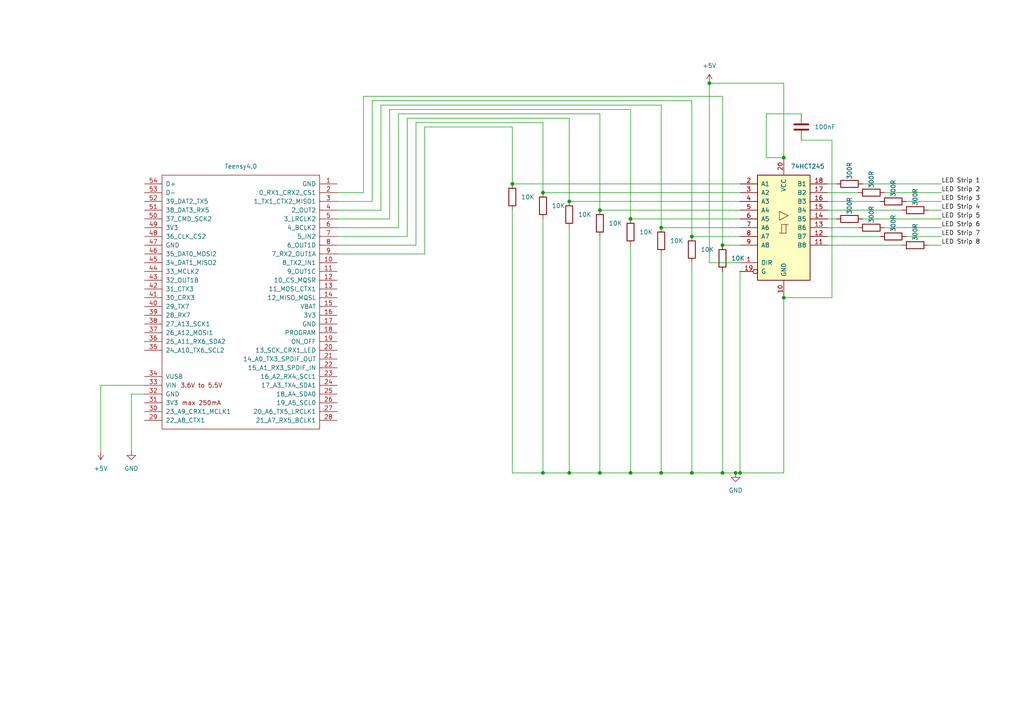
<source format=kicad_sch>
(kicad_sch (version 20211123) (generator eeschema)

  (uuid aa6e93a9-67ef-46ca-b146-b13402e78491)

  (paper "A4")

  (title_block
    (title "LED Matrix control")
    (date "2022-11-03")
    (rev "V1.0")
    (company "Armin Rehberger")
  )

  (lib_symbols
    (symbol "74hct541:74HCT245" (pin_names (offset 1.016)) (in_bom yes) (on_board yes)
      (property "Reference" "U?" (id 0) (at 2.0194 20.32 0)
        (effects (font (size 1.27 1.27)) (justify left) hide)
      )
      (property "Value" "74HCT245" (id 1) (at 2.0194 17.78 0)
        (effects (font (size 1.27 1.27)) (justify left))
      )
      (property "Footprint" "" (id 2) (at 0 0 0)
        (effects (font (size 1.27 1.27)) hide)
      )
      (property "Datasheet" "http://www.ti.com/lit/gpn/sn74HCT541" (id 3) (at 0 0 0)
        (effects (font (size 1.27 1.27)) (justify left bottom) hide)
      )
      (property "ki_keywords" "TTL BUFFER 3State BUS" (id 4) (at 0 0 0)
        (effects (font (size 1.27 1.27)) hide)
      )
      (property "ki_description" "8-bit Buffer/Line Driver 3-state outputs" (id 5) (at 0 0 0)
        (effects (font (size 1.27 1.27)) hide)
      )
      (property "ki_fp_filters" "DIP?20*" (id 6) (at 0 0 0)
        (effects (font (size 1.27 1.27)) hide)
      )
      (symbol "74HCT245_1_0"
        (polyline
          (pts
            (xy -0.635 -1.6002)
            (xy -0.635 0.9398)
            (xy 0.635 0.9398)
          )
          (stroke (width 0) (type default) (color 0 0 0 0))
          (fill (type none))
        )
        (polyline
          (pts
            (xy -1.27 -1.6002)
            (xy 0.635 -1.6002)
            (xy 0.635 0.9398)
            (xy 1.27 0.9398)
          )
          (stroke (width 0) (type default) (color 0 0 0 0))
          (fill (type none))
        )
        (polyline
          (pts
            (xy 1.27 3.4798)
            (xy -1.27 4.7498)
            (xy -1.27 2.2098)
            (xy 1.27 3.4798)
          )
          (stroke (width 0.1524) (type default) (color 0 0 0 0))
          (fill (type none))
        )
        (pin input line (at -12.7 -10.16 0) (length 5.08)
          (name "DIR" (effects (font (size 1.27 1.27))))
          (number "1" (effects (font (size 1.27 1.27))))
        )
        (pin power_in line (at 0 -20.32 90) (length 5.08)
          (name "GND" (effects (font (size 1.27 1.27))))
          (number "10" (effects (font (size 1.27 1.27))))
        )
        (pin output line (at 12.7 -5.08 180) (length 5.08)
          (name "B8" (effects (font (size 1.27 1.27))))
          (number "11" (effects (font (size 1.27 1.27))))
        )
        (pin output line (at 12.7 -2.54 180) (length 5.08)
          (name "B7" (effects (font (size 1.27 1.27))))
          (number "12" (effects (font (size 1.27 1.27))))
        )
        (pin output line (at 12.7 0 180) (length 5.08)
          (name "B6" (effects (font (size 1.27 1.27))))
          (number "13" (effects (font (size 1.27 1.27))))
        )
        (pin output line (at 12.7 2.54 180) (length 5.08)
          (name "B5" (effects (font (size 1.27 1.27))))
          (number "14" (effects (font (size 1.27 1.27))))
        )
        (pin output line (at 12.7 5.08 180) (length 5.08)
          (name "B4" (effects (font (size 1.27 1.27))))
          (number "15" (effects (font (size 1.27 1.27))))
        )
        (pin output line (at 12.7 7.62 180) (length 5.08)
          (name "B3" (effects (font (size 1.27 1.27))))
          (number "16" (effects (font (size 1.27 1.27))))
        )
        (pin output line (at 12.7 10.16 180) (length 5.08)
          (name "B2" (effects (font (size 1.27 1.27))))
          (number "17" (effects (font (size 1.27 1.27))))
        )
        (pin output line (at 12.7 12.7 180) (length 5.08)
          (name "B1" (effects (font (size 1.27 1.27))))
          (number "18" (effects (font (size 1.27 1.27))))
        )
        (pin input inverted (at -12.7 -12.7 0) (length 5.08)
          (name "G" (effects (font (size 1.27 1.27))))
          (number "19" (effects (font (size 1.27 1.27))))
        )
        (pin input line (at -12.7 12.7 0) (length 5.08)
          (name "A1" (effects (font (size 1.27 1.27))))
          (number "2" (effects (font (size 1.27 1.27))))
        )
        (pin power_in line (at 0 20.32 270) (length 5.08)
          (name "VCC" (effects (font (size 1.27 1.27))))
          (number "20" (effects (font (size 1.27 1.27))))
        )
        (pin input line (at -12.7 10.16 0) (length 5.08)
          (name "A2" (effects (font (size 1.27 1.27))))
          (number "3" (effects (font (size 1.27 1.27))))
        )
        (pin input line (at -12.7 7.62 0) (length 5.08)
          (name "A3" (effects (font (size 1.27 1.27))))
          (number "4" (effects (font (size 1.27 1.27))))
        )
        (pin input line (at -12.7 5.08 0) (length 5.08)
          (name "A4" (effects (font (size 1.27 1.27))))
          (number "5" (effects (font (size 1.27 1.27))))
        )
        (pin input line (at -12.7 2.54 0) (length 5.08)
          (name "A5" (effects (font (size 1.27 1.27))))
          (number "6" (effects (font (size 1.27 1.27))))
        )
        (pin input line (at -12.7 0 0) (length 5.08)
          (name "A6" (effects (font (size 1.27 1.27))))
          (number "7" (effects (font (size 1.27 1.27))))
        )
        (pin input line (at -12.7 -2.54 0) (length 5.08)
          (name "A7" (effects (font (size 1.27 1.27))))
          (number "8" (effects (font (size 1.27 1.27))))
        )
        (pin input line (at -12.7 -5.08 0) (length 5.08)
          (name "A8" (effects (font (size 1.27 1.27))))
          (number "9" (effects (font (size 1.27 1.27))))
        )
      )
      (symbol "74HCT245_1_1"
        (rectangle (start -7.62 15.24) (end 7.62 -15.24)
          (stroke (width 0.254) (type default) (color 0 0 0 0))
          (fill (type background))
        )
      )
    )
    (symbol "Device:C" (pin_numbers hide) (pin_names (offset 0.254)) (in_bom yes) (on_board yes)
      (property "Reference" "C" (id 0) (at 0.635 2.54 0)
        (effects (font (size 1.27 1.27)) (justify left))
      )
      (property "Value" "C" (id 1) (at 0.635 -2.54 0)
        (effects (font (size 1.27 1.27)) (justify left))
      )
      (property "Footprint" "" (id 2) (at 0.9652 -3.81 0)
        (effects (font (size 1.27 1.27)) hide)
      )
      (property "Datasheet" "~" (id 3) (at 0 0 0)
        (effects (font (size 1.27 1.27)) hide)
      )
      (property "ki_keywords" "cap capacitor" (id 4) (at 0 0 0)
        (effects (font (size 1.27 1.27)) hide)
      )
      (property "ki_description" "Unpolarized capacitor" (id 5) (at 0 0 0)
        (effects (font (size 1.27 1.27)) hide)
      )
      (property "ki_fp_filters" "C_*" (id 6) (at 0 0 0)
        (effects (font (size 1.27 1.27)) hide)
      )
      (symbol "C_0_1"
        (polyline
          (pts
            (xy -2.032 -0.762)
            (xy 2.032 -0.762)
          )
          (stroke (width 0.508) (type default) (color 0 0 0 0))
          (fill (type none))
        )
        (polyline
          (pts
            (xy -2.032 0.762)
            (xy 2.032 0.762)
          )
          (stroke (width 0.508) (type default) (color 0 0 0 0))
          (fill (type none))
        )
      )
      (symbol "C_1_1"
        (pin passive line (at 0 3.81 270) (length 2.794)
          (name "~" (effects (font (size 1.27 1.27))))
          (number "1" (effects (font (size 1.27 1.27))))
        )
        (pin passive line (at 0 -3.81 90) (length 2.794)
          (name "~" (effects (font (size 1.27 1.27))))
          (number "2" (effects (font (size 1.27 1.27))))
        )
      )
    )
    (symbol "Device:R" (pin_numbers hide) (pin_names (offset 0)) (in_bom yes) (on_board yes)
      (property "Reference" "R" (id 0) (at 2.032 0 90)
        (effects (font (size 1.27 1.27)))
      )
      (property "Value" "R" (id 1) (at 0 0 90)
        (effects (font (size 1.27 1.27)))
      )
      (property "Footprint" "" (id 2) (at -1.778 0 90)
        (effects (font (size 1.27 1.27)) hide)
      )
      (property "Datasheet" "~" (id 3) (at 0 0 0)
        (effects (font (size 1.27 1.27)) hide)
      )
      (property "ki_keywords" "R res resistor" (id 4) (at 0 0 0)
        (effects (font (size 1.27 1.27)) hide)
      )
      (property "ki_description" "Resistor" (id 5) (at 0 0 0)
        (effects (font (size 1.27 1.27)) hide)
      )
      (property "ki_fp_filters" "R_*" (id 6) (at 0 0 0)
        (effects (font (size 1.27 1.27)) hide)
      )
      (symbol "R_0_1"
        (rectangle (start -1.016 -2.54) (end 1.016 2.54)
          (stroke (width 0.254) (type default) (color 0 0 0 0))
          (fill (type none))
        )
      )
      (symbol "R_1_1"
        (pin passive line (at 0 3.81 270) (length 1.27)
          (name "~" (effects (font (size 1.27 1.27))))
          (number "1" (effects (font (size 1.27 1.27))))
        )
        (pin passive line (at 0 -3.81 90) (length 1.27)
          (name "~" (effects (font (size 1.27 1.27))))
          (number "2" (effects (font (size 1.27 1.27))))
        )
      )
    )
    (symbol "power:+5V" (power) (pin_names (offset 0)) (in_bom yes) (on_board yes)
      (property "Reference" "#PWR" (id 0) (at 0 -3.81 0)
        (effects (font (size 1.27 1.27)) hide)
      )
      (property "Value" "+5V" (id 1) (at 0 3.556 0)
        (effects (font (size 1.27 1.27)))
      )
      (property "Footprint" "" (id 2) (at 0 0 0)
        (effects (font (size 1.27 1.27)) hide)
      )
      (property "Datasheet" "" (id 3) (at 0 0 0)
        (effects (font (size 1.27 1.27)) hide)
      )
      (property "ki_keywords" "power-flag" (id 4) (at 0 0 0)
        (effects (font (size 1.27 1.27)) hide)
      )
      (property "ki_description" "Power symbol creates a global label with name \"+5V\"" (id 5) (at 0 0 0)
        (effects (font (size 1.27 1.27)) hide)
      )
      (symbol "+5V_0_1"
        (polyline
          (pts
            (xy -0.762 1.27)
            (xy 0 2.54)
          )
          (stroke (width 0) (type default) (color 0 0 0 0))
          (fill (type none))
        )
        (polyline
          (pts
            (xy 0 0)
            (xy 0 2.54)
          )
          (stroke (width 0) (type default) (color 0 0 0 0))
          (fill (type none))
        )
        (polyline
          (pts
            (xy 0 2.54)
            (xy 0.762 1.27)
          )
          (stroke (width 0) (type default) (color 0 0 0 0))
          (fill (type none))
        )
      )
      (symbol "+5V_1_1"
        (pin power_in line (at 0 0 90) (length 0) hide
          (name "+5V" (effects (font (size 1.27 1.27))))
          (number "1" (effects (font (size 1.27 1.27))))
        )
      )
    )
    (symbol "power:GND" (power) (pin_names (offset 0)) (in_bom yes) (on_board yes)
      (property "Reference" "#PWR" (id 0) (at 0 -6.35 0)
        (effects (font (size 1.27 1.27)) hide)
      )
      (property "Value" "GND" (id 1) (at 0 -3.81 0)
        (effects (font (size 1.27 1.27)))
      )
      (property "Footprint" "" (id 2) (at 0 0 0)
        (effects (font (size 1.27 1.27)) hide)
      )
      (property "Datasheet" "" (id 3) (at 0 0 0)
        (effects (font (size 1.27 1.27)) hide)
      )
      (property "ki_keywords" "power-flag" (id 4) (at 0 0 0)
        (effects (font (size 1.27 1.27)) hide)
      )
      (property "ki_description" "Power symbol creates a global label with name \"GND\" , ground" (id 5) (at 0 0 0)
        (effects (font (size 1.27 1.27)) hide)
      )
      (symbol "GND_0_1"
        (polyline
          (pts
            (xy 0 0)
            (xy 0 -1.27)
            (xy 1.27 -1.27)
            (xy 0 -2.54)
            (xy -1.27 -1.27)
            (xy 0 -1.27)
          )
          (stroke (width 0) (type default) (color 0 0 0 0))
          (fill (type none))
        )
      )
      (symbol "GND_1_1"
        (pin power_in line (at 0 0 270) (length 0) hide
          (name "GND" (effects (font (size 1.27 1.27))))
          (number "1" (effects (font (size 1.27 1.27))))
        )
      )
    )
    (symbol "teensy:Teensy4.0" (pin_names (offset 1.016)) (in_bom yes) (on_board yes)
      (property "Reference" "U" (id 0) (at 0 39.37 0)
        (effects (font (size 1.27 1.27)))
      )
      (property "Value" "Teensy4.0" (id 1) (at 0 -39.37 0)
        (effects (font (size 1.27 1.27)))
      )
      (property "Footprint" "" (id 2) (at -10.16 5.08 0)
        (effects (font (size 1.27 1.27)) hide)
      )
      (property "Datasheet" "" (id 3) (at -10.16 5.08 0)
        (effects (font (size 1.27 1.27)) hide)
      )
      (symbol "Teensy4.0_0_0"
        (text "3.6V to 5.5V" (at 11.43 -24.13 0)
          (effects (font (size 1.27 1.27)))
        )
        (text "max 250mA" (at 11.43 -29.21 0)
          (effects (font (size 1.27 1.27)))
        )
        (pin bidirectional line (at -27.94 11.43 0) (length 5.08)
          (name "8_TX2_IN1" (effects (font (size 1.27 1.27))))
          (number "10" (effects (font (size 1.27 1.27))))
        )
        (pin bidirectional line (at -27.94 8.89 0) (length 5.08)
          (name "9_OUT1C" (effects (font (size 1.27 1.27))))
          (number "11" (effects (font (size 1.27 1.27))))
        )
        (pin bidirectional line (at -27.94 6.35 0) (length 5.08)
          (name "10_CS_MQSR" (effects (font (size 1.27 1.27))))
          (number "12" (effects (font (size 1.27 1.27))))
        )
        (pin bidirectional line (at -27.94 3.81 0) (length 5.08)
          (name "11_MOSI_CTX1" (effects (font (size 1.27 1.27))))
          (number "13" (effects (font (size 1.27 1.27))))
        )
        (pin bidirectional line (at -27.94 1.27 0) (length 5.08)
          (name "12_MISO_MQSL" (effects (font (size 1.27 1.27))))
          (number "14" (effects (font (size 1.27 1.27))))
        )
        (pin power_in line (at -27.94 -1.27 0) (length 5.08)
          (name "VBAT" (effects (font (size 1.27 1.27))))
          (number "15" (effects (font (size 1.27 1.27))))
        )
        (pin power_in line (at -27.94 -3.81 0) (length 5.08)
          (name "3V3" (effects (font (size 1.27 1.27))))
          (number "16" (effects (font (size 1.27 1.27))))
        )
        (pin power_in line (at -27.94 -6.35 0) (length 5.08)
          (name "GND" (effects (font (size 1.27 1.27))))
          (number "17" (effects (font (size 1.27 1.27))))
        )
        (pin input line (at -27.94 -8.89 0) (length 5.08)
          (name "PROGRAM" (effects (font (size 1.27 1.27))))
          (number "18" (effects (font (size 1.27 1.27))))
        )
        (pin input line (at -27.94 -11.43 0) (length 5.08)
          (name "ON_OFF" (effects (font (size 1.27 1.27))))
          (number "19" (effects (font (size 1.27 1.27))))
        )
        (pin bidirectional line (at -27.94 -13.97 0) (length 5.08)
          (name "13_SCK_CRX1_LED" (effects (font (size 1.27 1.27))))
          (number "20" (effects (font (size 1.27 1.27))))
        )
        (pin bidirectional line (at -27.94 -16.51 0) (length 5.08)
          (name "14_A0_TX3_SPDIF_OUT" (effects (font (size 1.27 1.27))))
          (number "21" (effects (font (size 1.27 1.27))))
        )
        (pin bidirectional line (at -27.94 -19.05 0) (length 5.08)
          (name "15_A1_RX3_SPDIF_IN" (effects (font (size 1.27 1.27))))
          (number "22" (effects (font (size 1.27 1.27))))
        )
        (pin bidirectional line (at -27.94 -21.59 0) (length 5.08)
          (name "16_A2_RX4_SCL1" (effects (font (size 1.27 1.27))))
          (number "23" (effects (font (size 1.27 1.27))))
        )
        (pin bidirectional line (at -27.94 -24.13 0) (length 5.08)
          (name "17_A3_TX4_SDA1" (effects (font (size 1.27 1.27))))
          (number "24" (effects (font (size 1.27 1.27))))
        )
        (pin bidirectional line (at -27.94 -26.67 0) (length 5.08)
          (name "18_A4_SDA0" (effects (font (size 1.27 1.27))))
          (number "25" (effects (font (size 1.27 1.27))))
        )
        (pin bidirectional line (at -27.94 -29.21 0) (length 5.08)
          (name "19_A5_SCL0" (effects (font (size 1.27 1.27))))
          (number "26" (effects (font (size 1.27 1.27))))
        )
        (pin bidirectional line (at -27.94 -31.75 0) (length 5.08)
          (name "20_A6_TX5_LRCLK1" (effects (font (size 1.27 1.27))))
          (number "27" (effects (font (size 1.27 1.27))))
        )
        (pin bidirectional line (at -27.94 -34.29 0) (length 5.08)
          (name "21_A7_RX5_BCLK1" (effects (font (size 1.27 1.27))))
          (number "28" (effects (font (size 1.27 1.27))))
        )
        (pin bidirectional line (at 27.94 -34.29 180) (length 5.08)
          (name "22_A8_CTX1" (effects (font (size 1.27 1.27))))
          (number "29" (effects (font (size 1.27 1.27))))
        )
        (pin bidirectional line (at 27.94 -31.75 180) (length 5.08)
          (name "23_A9_CRX1_MCLK1" (effects (font (size 1.27 1.27))))
          (number "30" (effects (font (size 1.27 1.27))))
        )
        (pin power_out line (at 27.94 -29.21 180) (length 5.08)
          (name "3V3" (effects (font (size 1.27 1.27))))
          (number "31" (effects (font (size 1.27 1.27))))
        )
        (pin power_in line (at 27.94 -26.67 180) (length 5.08)
          (name "GND" (effects (font (size 1.27 1.27))))
          (number "32" (effects (font (size 1.27 1.27))))
        )
        (pin power_in line (at 27.94 -24.13 180) (length 5.08)
          (name "VIN" (effects (font (size 1.27 1.27))))
          (number "33" (effects (font (size 1.27 1.27))))
        )
        (pin power_out line (at 27.94 -21.59 180) (length 5.08)
          (name "VUSB" (effects (font (size 1.27 1.27))))
          (number "34" (effects (font (size 1.27 1.27))))
        )
        (pin bidirectional line (at 27.94 -13.97 180) (length 5.08)
          (name "24_A10_TX6_SCL2" (effects (font (size 1.27 1.27))))
          (number "35" (effects (font (size 1.27 1.27))))
        )
        (pin bidirectional line (at 27.94 -11.43 180) (length 5.08)
          (name "25_A11_RX6_SDA2" (effects (font (size 1.27 1.27))))
          (number "36" (effects (font (size 1.27 1.27))))
        )
        (pin bidirectional line (at 27.94 -8.89 180) (length 5.08)
          (name "26_A12_MOSI1" (effects (font (size 1.27 1.27))))
          (number "37" (effects (font (size 1.27 1.27))))
        )
        (pin bidirectional line (at 27.94 -6.35 180) (length 5.08)
          (name "27_A13_SCK1" (effects (font (size 1.27 1.27))))
          (number "38" (effects (font (size 1.27 1.27))))
        )
        (pin bidirectional line (at 27.94 -3.81 180) (length 5.08)
          (name "28_RX7" (effects (font (size 1.27 1.27))))
          (number "39" (effects (font (size 1.27 1.27))))
        )
        (pin bidirectional line (at 27.94 -1.27 180) (length 5.08)
          (name "29_TX7" (effects (font (size 1.27 1.27))))
          (number "40" (effects (font (size 1.27 1.27))))
        )
        (pin bidirectional line (at 27.94 1.27 180) (length 5.08)
          (name "30_CRX3" (effects (font (size 1.27 1.27))))
          (number "41" (effects (font (size 1.27 1.27))))
        )
        (pin bidirectional line (at 27.94 3.81 180) (length 5.08)
          (name "31_CTX3" (effects (font (size 1.27 1.27))))
          (number "42" (effects (font (size 1.27 1.27))))
        )
        (pin bidirectional line (at 27.94 6.35 180) (length 5.08)
          (name "32_OUT1B" (effects (font (size 1.27 1.27))))
          (number "43" (effects (font (size 1.27 1.27))))
        )
        (pin bidirectional line (at 27.94 8.89 180) (length 5.08)
          (name "33_MCLK2" (effects (font (size 1.27 1.27))))
          (number "44" (effects (font (size 1.27 1.27))))
        )
        (pin bidirectional line (at 27.94 11.43 180) (length 5.08)
          (name "34_DAT1_MISO2" (effects (font (size 1.27 1.27))))
          (number "45" (effects (font (size 1.27 1.27))))
        )
        (pin bidirectional line (at 27.94 13.97 180) (length 5.08)
          (name "35_DAT0_MOSI2" (effects (font (size 1.27 1.27))))
          (number "46" (effects (font (size 1.27 1.27))))
        )
        (pin power_out line (at 27.94 16.51 180) (length 5.08)
          (name "GND" (effects (font (size 1.27 1.27))))
          (number "47" (effects (font (size 1.27 1.27))))
        )
        (pin bidirectional line (at 27.94 19.05 180) (length 5.08)
          (name "36_CLK_CS2" (effects (font (size 1.27 1.27))))
          (number "48" (effects (font (size 1.27 1.27))))
        )
        (pin power_out line (at 27.94 21.59 180) (length 5.08)
          (name "3V3" (effects (font (size 1.27 1.27))))
          (number "49" (effects (font (size 1.27 1.27))))
        )
        (pin bidirectional line (at -27.94 24.13 0) (length 5.08)
          (name "3_LRCLK2" (effects (font (size 1.27 1.27))))
          (number "5" (effects (font (size 1.27 1.27))))
        )
        (pin bidirectional line (at 27.94 24.13 180) (length 5.08)
          (name "37_CMD_SCK2" (effects (font (size 1.27 1.27))))
          (number "50" (effects (font (size 1.27 1.27))))
        )
        (pin bidirectional line (at 27.94 26.67 180) (length 5.08)
          (name "38_DAT3_RX5" (effects (font (size 1.27 1.27))))
          (number "51" (effects (font (size 1.27 1.27))))
        )
        (pin bidirectional line (at 27.94 29.21 180) (length 5.08)
          (name "39_DAT2_TX5" (effects (font (size 1.27 1.27))))
          (number "52" (effects (font (size 1.27 1.27))))
        )
        (pin bidirectional line (at 27.94 31.75 180) (length 5.08)
          (name "D-" (effects (font (size 1.27 1.27))))
          (number "53" (effects (font (size 1.27 1.27))))
        )
        (pin bidirectional line (at 27.94 34.29 180) (length 5.08)
          (name "D+" (effects (font (size 1.27 1.27))))
          (number "54" (effects (font (size 1.27 1.27))))
        )
        (pin bidirectional line (at -27.94 21.59 0) (length 5.08)
          (name "4_BCLK2" (effects (font (size 1.27 1.27))))
          (number "6" (effects (font (size 1.27 1.27))))
        )
        (pin bidirectional line (at -27.94 19.05 0) (length 5.08)
          (name "5_IN2" (effects (font (size 1.27 1.27))))
          (number "7" (effects (font (size 1.27 1.27))))
        )
        (pin bidirectional line (at -27.94 16.51 0) (length 5.08)
          (name "6_OUT1D" (effects (font (size 1.27 1.27))))
          (number "8" (effects (font (size 1.27 1.27))))
        )
        (pin bidirectional line (at -27.94 13.97 0) (length 5.08)
          (name "7_RX2_OUT1A" (effects (font (size 1.27 1.27))))
          (number "9" (effects (font (size 1.27 1.27))))
        )
      )
      (symbol "Teensy4.0_0_1"
        (rectangle (start -22.86 36.83) (end 22.86 -36.83)
          (stroke (width 0) (type default) (color 0 0 0 0))
          (fill (type none))
        )
        (rectangle (start -20.32 -31.75) (end -20.32 -31.75)
          (stroke (width 0) (type default) (color 0 0 0 0))
          (fill (type none))
        )
      )
      (symbol "Teensy4.0_1_1"
        (pin power_in line (at -27.94 34.29 0) (length 5.08)
          (name "GND" (effects (font (size 1.27 1.27))))
          (number "1" (effects (font (size 1.27 1.27))))
        )
        (pin bidirectional line (at -27.94 31.75 0) (length 5.08)
          (name "0_RX1_CRX2_CS1" (effects (font (size 1.27 1.27))))
          (number "2" (effects (font (size 1.27 1.27))))
        )
        (pin bidirectional line (at -27.94 29.21 0) (length 5.08)
          (name "1_TX1_CTX2_MISO1" (effects (font (size 1.27 1.27))))
          (number "3" (effects (font (size 1.27 1.27))))
        )
        (pin bidirectional line (at -27.94 26.67 0) (length 5.08)
          (name "2_OUT2" (effects (font (size 1.27 1.27))))
          (number "4" (effects (font (size 1.27 1.27))))
        )
      )
    )
  )

  (junction (at 191.77 137.16) (diameter 0) (color 0 0 0 0)
    (uuid 145f295d-ba1e-46cb-a76e-61ae0e1bee83)
  )
  (junction (at 157.48 55.88) (diameter 0) (color 0 0 0 0)
    (uuid 284e1ac2-a88a-4f94-9fc1-18c9a437eff1)
  )
  (junction (at 182.88 137.16) (diameter 0) (color 0 0 0 0)
    (uuid 295ab358-8a21-4d2e-964a-3b8b100d701a)
  )
  (junction (at 227.33 86.36) (diameter 0) (color 0 0 0 0)
    (uuid 2db6d8dd-41c5-4f52-aaa0-27b9dff0124f)
  )
  (junction (at 191.77 66.04) (diameter 0) (color 0 0 0 0)
    (uuid 319f0b18-89cd-4f7f-909e-375c69ecb4f8)
  )
  (junction (at 173.99 60.96) (diameter 0) (color 0 0 0 0)
    (uuid 3a0a977d-483f-47da-9b9e-e0fc3e5f12b8)
  )
  (junction (at 214.63 137.16) (diameter 0) (color 0 0 0 0)
    (uuid 42a65b55-a8d2-4452-bffd-f114b4b83e4a)
  )
  (junction (at 157.48 137.16) (diameter 0) (color 0 0 0 0)
    (uuid 5ecebe21-6778-4068-8b93-a054a1437efb)
  )
  (junction (at 182.88 63.5) (diameter 0) (color 0 0 0 0)
    (uuid 688d1281-5ac2-48ab-b41b-a9f59fe90313)
  )
  (junction (at 165.1 137.16) (diameter 0) (color 0 0 0 0)
    (uuid 83d12f41-fa6a-47a3-a201-a01dfba19cf7)
  )
  (junction (at 213.36 137.16) (diameter 0) (color 0 0 0 0)
    (uuid 846d0b1d-f4df-4ff2-aa44-095e9aa54170)
  )
  (junction (at 148.59 53.34) (diameter 0) (color 0 0 0 0)
    (uuid 849ee8e6-8ee1-4666-9bf8-4174873bf8cf)
  )
  (junction (at 209.55 137.16) (diameter 0) (color 0 0 0 0)
    (uuid 8b40ba7a-24fe-4d9f-8716-5cab42e687bc)
  )
  (junction (at 200.66 137.16) (diameter 0) (color 0 0 0 0)
    (uuid 96cfd166-a3fb-43f4-b19f-6893ba474e38)
  )
  (junction (at 205.74 24.13) (diameter 0) (color 0 0 0 0)
    (uuid 98217b87-3f22-404d-92dc-fee73bd31489)
  )
  (junction (at 200.66 68.58) (diameter 0) (color 0 0 0 0)
    (uuid 9a05ab42-e5fb-4925-93a7-1746f17eb2f5)
  )
  (junction (at 165.1 58.42) (diameter 0) (color 0 0 0 0)
    (uuid aeaa485b-68b6-44c4-90d1-1fedb6f0ddc7)
  )
  (junction (at 173.99 137.16) (diameter 0) (color 0 0 0 0)
    (uuid d2025cfd-fd78-4019-82f4-1fda7fc1e439)
  )
  (junction (at 209.55 71.12) (diameter 0) (color 0 0 0 0)
    (uuid d4c53a5e-54c4-4e6e-9772-f91728774d77)
  )
  (junction (at 227.33 45.72) (diameter 0) (color 0 0 0 0)
    (uuid fff6ba28-5a27-4944-93fb-a9dc8ec3cad9)
  )

  (wire (pts (xy 241.3 40.64) (xy 241.3 86.36))
    (stroke (width 0) (type default) (color 0 0 0 0))
    (uuid 008e41f0-6cec-4514-90be-352493f2afa7)
  )
  (wire (pts (xy 240.03 60.96) (xy 261.62 60.96))
    (stroke (width 0) (type default) (color 0 0 0 0))
    (uuid 04150f40-adf1-41a5-bf0b-deb45a7f64ae)
  )
  (wire (pts (xy 214.63 78.74) (xy 214.63 137.16))
    (stroke (width 0) (type default) (color 0 0 0 0))
    (uuid 070a07f8-a53b-4393-9a6f-d0e0f9d9a9e4)
  )
  (wire (pts (xy 157.48 55.88) (xy 214.63 55.88))
    (stroke (width 0) (type default) (color 0 0 0 0))
    (uuid 08667d6b-df6c-4b21-8ae6-e924d5aab808)
  )
  (wire (pts (xy 118.11 34.29) (xy 118.11 68.58))
    (stroke (width 0) (type default) (color 0 0 0 0))
    (uuid 0ac00879-be72-4aea-8a06-dac1dfa5f321)
  )
  (wire (pts (xy 182.88 71.12) (xy 182.88 137.16))
    (stroke (width 0) (type default) (color 0 0 0 0))
    (uuid 0c44136b-a7a5-48ad-b8fb-50b92ff84725)
  )
  (wire (pts (xy 105.41 27.94) (xy 209.55 27.94))
    (stroke (width 0) (type default) (color 0 0 0 0))
    (uuid 0cf19fc7-0b02-479b-a173-ce30211754fd)
  )
  (wire (pts (xy 250.19 53.34) (xy 273.05 53.34))
    (stroke (width 0) (type default) (color 0 0 0 0))
    (uuid 10ec4b58-6353-4a2b-9b01-58a77b25883e)
  )
  (wire (pts (xy 200.66 76.2) (xy 200.66 137.16))
    (stroke (width 0) (type default) (color 0 0 0 0))
    (uuid 110de096-7021-4436-b2ce-8f3cb7efe156)
  )
  (wire (pts (xy 227.33 45.72) (xy 227.33 24.13))
    (stroke (width 0) (type default) (color 0 0 0 0))
    (uuid 12e6644b-5509-46ba-9851-cf27f9d440f7)
  )
  (wire (pts (xy 97.79 68.58) (xy 118.11 68.58))
    (stroke (width 0) (type default) (color 0 0 0 0))
    (uuid 1596226e-8663-4ad6-9e52-622323189c85)
  )
  (wire (pts (xy 115.57 33.02) (xy 115.57 66.04))
    (stroke (width 0) (type default) (color 0 0 0 0))
    (uuid 15ba496d-dea8-4e38-bf8a-c9464f4ecdb0)
  )
  (wire (pts (xy 105.41 27.94) (xy 105.41 55.88))
    (stroke (width 0) (type default) (color 0 0 0 0))
    (uuid 17e5a228-3d6a-41a8-93ce-d7d7b4b8ee84)
  )
  (wire (pts (xy 213.36 137.16) (xy 214.63 137.16))
    (stroke (width 0) (type default) (color 0 0 0 0))
    (uuid 19a63f84-c7a2-4a10-954e-bc6fafea37cc)
  )
  (wire (pts (xy 205.74 76.2) (xy 205.74 24.13))
    (stroke (width 0) (type default) (color 0 0 0 0))
    (uuid 1c5305bf-939a-4160-ab08-ed2673ba3431)
  )
  (wire (pts (xy 157.48 137.16) (xy 165.1 137.16))
    (stroke (width 0) (type default) (color 0 0 0 0))
    (uuid 1f05ceeb-05ca-4e37-8e8f-6d76e843296d)
  )
  (wire (pts (xy 157.48 63.5) (xy 157.48 137.16))
    (stroke (width 0) (type default) (color 0 0 0 0))
    (uuid 1f4495c8-7152-415b-acb7-af0d28a5287b)
  )
  (wire (pts (xy 240.03 68.58) (xy 255.27 68.58))
    (stroke (width 0) (type default) (color 0 0 0 0))
    (uuid 2031bee9-d51c-4f1b-89f9-ced8c541ef67)
  )
  (wire (pts (xy 173.99 60.96) (xy 173.99 33.02))
    (stroke (width 0) (type default) (color 0 0 0 0))
    (uuid 22289abc-2fa2-48a8-8ca2-a19fa759ffd9)
  )
  (wire (pts (xy 182.88 63.5) (xy 214.63 63.5))
    (stroke (width 0) (type default) (color 0 0 0 0))
    (uuid 22fb56d0-7f4f-4885-bc26-dc3f7f73e19e)
  )
  (wire (pts (xy 173.99 68.58) (xy 173.99 137.16))
    (stroke (width 0) (type default) (color 0 0 0 0))
    (uuid 2414053d-4b76-43a7-81c1-58deaf222884)
  )
  (wire (pts (xy 157.48 55.88) (xy 157.48 35.56))
    (stroke (width 0) (type default) (color 0 0 0 0))
    (uuid 2546de69-f8a4-48f6-ba67-92f6399d2126)
  )
  (wire (pts (xy 262.89 58.42) (xy 273.05 58.42))
    (stroke (width 0) (type default) (color 0 0 0 0))
    (uuid 262683c9-68fd-482f-b5aa-2dd1da7d16b2)
  )
  (wire (pts (xy 269.24 60.96) (xy 273.05 60.96))
    (stroke (width 0) (type default) (color 0 0 0 0))
    (uuid 282d505a-b0c0-46fc-bdc5-b3d92f0d9e22)
  )
  (wire (pts (xy 227.33 45.72) (xy 222.25 45.72))
    (stroke (width 0) (type default) (color 0 0 0 0))
    (uuid 2cffdee0-9011-4d89-87ae-6f327f34a8e1)
  )
  (wire (pts (xy 148.59 36.83) (xy 123.19 36.83))
    (stroke (width 0) (type default) (color 0 0 0 0))
    (uuid 3119b497-6064-4c73-8737-a2b9b1246b68)
  )
  (wire (pts (xy 97.79 73.66) (xy 123.19 73.66))
    (stroke (width 0) (type default) (color 0 0 0 0))
    (uuid 31f5bb91-ad42-4bed-ad36-4560adb3cddb)
  )
  (wire (pts (xy 157.48 35.56) (xy 120.65 35.56))
    (stroke (width 0) (type default) (color 0 0 0 0))
    (uuid 37f942d0-1858-4536-8073-4eb8c83cb5b6)
  )
  (wire (pts (xy 209.55 137.16) (xy 213.36 137.16))
    (stroke (width 0) (type default) (color 0 0 0 0))
    (uuid 3f8ff5ba-2be8-4782-8f78-98cdc6743658)
  )
  (wire (pts (xy 209.55 71.12) (xy 209.55 27.94))
    (stroke (width 0) (type default) (color 0 0 0 0))
    (uuid 4042804e-3d79-4f2b-9bad-d5c068ae4812)
  )
  (wire (pts (xy 173.99 60.96) (xy 214.63 60.96))
    (stroke (width 0) (type default) (color 0 0 0 0))
    (uuid 41750bea-a0ec-48d1-88df-6fc5c191ac3e)
  )
  (wire (pts (xy 173.99 137.16) (xy 182.88 137.16))
    (stroke (width 0) (type default) (color 0 0 0 0))
    (uuid 419dc37f-f3af-492f-817a-16647ee871ff)
  )
  (wire (pts (xy 240.03 63.5) (xy 242.57 63.5))
    (stroke (width 0) (type default) (color 0 0 0 0))
    (uuid 46b59392-6e06-47f3-9bfe-d8dafedaba78)
  )
  (wire (pts (xy 262.89 68.58) (xy 273.05 68.58))
    (stroke (width 0) (type default) (color 0 0 0 0))
    (uuid 4a8dc89d-988e-45f3-9d8e-c163ae404793)
  )
  (wire (pts (xy 209.55 78.74) (xy 209.55 137.16))
    (stroke (width 0) (type default) (color 0 0 0 0))
    (uuid 4ba32086-3f36-4f25-bfed-c4c816f51c58)
  )
  (wire (pts (xy 165.1 137.16) (xy 173.99 137.16))
    (stroke (width 0) (type default) (color 0 0 0 0))
    (uuid 4c769221-de3b-42b1-b43b-970cf8c88496)
  )
  (wire (pts (xy 41.91 114.3) (xy 38.1 114.3))
    (stroke (width 0) (type default) (color 0 0 0 0))
    (uuid 4d8e2aaf-5ca9-41af-94fd-dc2f355bb6df)
  )
  (wire (pts (xy 148.59 53.34) (xy 148.59 36.83))
    (stroke (width 0) (type default) (color 0 0 0 0))
    (uuid 5037e172-8b76-45e9-8b77-b9b8b4e83cd9)
  )
  (wire (pts (xy 173.99 33.02) (xy 115.57 33.02))
    (stroke (width 0) (type default) (color 0 0 0 0))
    (uuid 5571f2f8-4783-424f-b6c5-2d9e84273515)
  )
  (wire (pts (xy 200.66 137.16) (xy 209.55 137.16))
    (stroke (width 0) (type default) (color 0 0 0 0))
    (uuid 5bbcf49c-5aed-4627-b09b-1c391a43f43c)
  )
  (wire (pts (xy 209.55 71.12) (xy 214.63 71.12))
    (stroke (width 0) (type default) (color 0 0 0 0))
    (uuid 633bb746-3206-4aa1-87d6-81414e594ad7)
  )
  (wire (pts (xy 200.66 29.21) (xy 107.95 29.21))
    (stroke (width 0) (type default) (color 0 0 0 0))
    (uuid 679da783-55fb-4ebb-84af-f389964b9f50)
  )
  (wire (pts (xy 222.25 33.02) (xy 232.41 33.02))
    (stroke (width 0) (type default) (color 0 0 0 0))
    (uuid 684558df-d32a-4b72-b5c3-082732c1f64d)
  )
  (wire (pts (xy 97.79 58.42) (xy 107.95 58.42))
    (stroke (width 0) (type default) (color 0 0 0 0))
    (uuid 68babf24-3c27-4207-a716-8da599e2e579)
  )
  (wire (pts (xy 29.21 111.76) (xy 29.21 130.81))
    (stroke (width 0) (type default) (color 0 0 0 0))
    (uuid 6b747790-41ef-4482-a009-3724005b98bb)
  )
  (wire (pts (xy 182.88 31.75) (xy 113.03 31.75))
    (stroke (width 0) (type default) (color 0 0 0 0))
    (uuid 6c615e33-43ee-4af3-9aba-57005d6a12e0)
  )
  (wire (pts (xy 240.03 71.12) (xy 261.62 71.12))
    (stroke (width 0) (type default) (color 0 0 0 0))
    (uuid 7185aa43-8d00-45b4-87fc-8037e0bc284a)
  )
  (wire (pts (xy 105.41 55.88) (xy 97.79 55.88))
    (stroke (width 0) (type default) (color 0 0 0 0))
    (uuid 73091bdd-cdec-4425-b0a8-26cea4b8d31d)
  )
  (wire (pts (xy 107.95 29.21) (xy 107.95 58.42))
    (stroke (width 0) (type default) (color 0 0 0 0))
    (uuid 7320a259-b437-4963-a788-1754bd735fc2)
  )
  (wire (pts (xy 165.1 58.42) (xy 214.63 58.42))
    (stroke (width 0) (type default) (color 0 0 0 0))
    (uuid 74d0752c-2201-4051-822f-58ee1f82baa7)
  )
  (wire (pts (xy 214.63 137.16) (xy 227.33 137.16))
    (stroke (width 0) (type default) (color 0 0 0 0))
    (uuid 79c268b5-3764-455d-a152-08e917068405)
  )
  (wire (pts (xy 120.65 35.56) (xy 120.65 71.12))
    (stroke (width 0) (type default) (color 0 0 0 0))
    (uuid 7e128fb2-06c7-4b15-8ee9-9fcca8256462)
  )
  (wire (pts (xy 148.59 137.16) (xy 157.48 137.16))
    (stroke (width 0) (type default) (color 0 0 0 0))
    (uuid 7fdf0f5e-7970-491d-9592-170be98dcb53)
  )
  (wire (pts (xy 97.79 63.5) (xy 113.03 63.5))
    (stroke (width 0) (type default) (color 0 0 0 0))
    (uuid 83f61751-fe49-463c-9fc0-e169eb76451f)
  )
  (wire (pts (xy 214.63 76.2) (xy 205.74 76.2))
    (stroke (width 0) (type default) (color 0 0 0 0))
    (uuid 8b751be8-3c03-4e4f-aa1c-bdf5acb28087)
  )
  (wire (pts (xy 97.79 66.04) (xy 115.57 66.04))
    (stroke (width 0) (type default) (color 0 0 0 0))
    (uuid 8e761ad1-738b-4ebd-8f13-c5ec94ff59cf)
  )
  (wire (pts (xy 250.19 63.5) (xy 273.05 63.5))
    (stroke (width 0) (type default) (color 0 0 0 0))
    (uuid 8e8ba039-3eeb-4a51-a43e-b97e6cef87c6)
  )
  (wire (pts (xy 240.03 58.42) (xy 255.27 58.42))
    (stroke (width 0) (type default) (color 0 0 0 0))
    (uuid 90ad4b39-4511-4f7f-92d2-93419a682bc8)
  )
  (wire (pts (xy 165.1 58.42) (xy 165.1 34.29))
    (stroke (width 0) (type default) (color 0 0 0 0))
    (uuid 91080f64-b732-436c-9be2-065a21d729b4)
  )
  (wire (pts (xy 240.03 66.04) (xy 248.92 66.04))
    (stroke (width 0) (type default) (color 0 0 0 0))
    (uuid 91cacc10-ea03-4ba4-b770-9247a0b7582c)
  )
  (wire (pts (xy 191.77 73.66) (xy 191.77 137.16))
    (stroke (width 0) (type default) (color 0 0 0 0))
    (uuid 97a66f00-eeb4-4ad6-bd33-fcbd1e6d262e)
  )
  (wire (pts (xy 191.77 30.48) (xy 110.49 30.48))
    (stroke (width 0) (type default) (color 0 0 0 0))
    (uuid a2b126c1-b14e-45af-a11b-b633216d042d)
  )
  (wire (pts (xy 191.77 137.16) (xy 200.66 137.16))
    (stroke (width 0) (type default) (color 0 0 0 0))
    (uuid a35ec9a9-039c-4f18-b352-c0e818a2267b)
  )
  (wire (pts (xy 97.79 60.96) (xy 110.49 60.96))
    (stroke (width 0) (type default) (color 0 0 0 0))
    (uuid a9a25a34-13ae-4da7-bbc5-698bc366e966)
  )
  (wire (pts (xy 182.88 63.5) (xy 182.88 31.75))
    (stroke (width 0) (type default) (color 0 0 0 0))
    (uuid aafef11e-5a43-4b45-bcbe-83eab1d72f4b)
  )
  (wire (pts (xy 148.59 60.96) (xy 148.59 137.16))
    (stroke (width 0) (type default) (color 0 0 0 0))
    (uuid aed40ea7-d8b2-4bcd-82d6-82a587bc3a32)
  )
  (wire (pts (xy 191.77 66.04) (xy 191.77 30.48))
    (stroke (width 0) (type default) (color 0 0 0 0))
    (uuid b5478c64-851c-4e14-8ae2-59d770ddd09c)
  )
  (wire (pts (xy 97.79 71.12) (xy 120.65 71.12))
    (stroke (width 0) (type default) (color 0 0 0 0))
    (uuid b87ab538-ad2f-41e8-855e-235cd5207627)
  )
  (wire (pts (xy 148.59 53.34) (xy 214.63 53.34))
    (stroke (width 0) (type default) (color 0 0 0 0))
    (uuid bb7f3508-5a0f-48f1-8a17-0fd86d84e975)
  )
  (wire (pts (xy 227.33 86.36) (xy 227.33 137.16))
    (stroke (width 0) (type default) (color 0 0 0 0))
    (uuid bd167b81-ab28-4fd3-9f6a-bf0ccbef285f)
  )
  (wire (pts (xy 222.25 45.72) (xy 222.25 33.02))
    (stroke (width 0) (type default) (color 0 0 0 0))
    (uuid bf2b7fb8-ac73-4a3b-b862-8db37e5d43e5)
  )
  (wire (pts (xy 110.49 30.48) (xy 110.49 60.96))
    (stroke (width 0) (type default) (color 0 0 0 0))
    (uuid c0559f41-a974-4103-908e-f4a9aef483ca)
  )
  (wire (pts (xy 256.54 66.04) (xy 273.05 66.04))
    (stroke (width 0) (type default) (color 0 0 0 0))
    (uuid c432699f-2e28-4192-84aa-1f7eeab96fc3)
  )
  (wire (pts (xy 123.19 36.83) (xy 123.19 73.66))
    (stroke (width 0) (type default) (color 0 0 0 0))
    (uuid c75e84b1-0f3c-42df-a5e3-2bdce9c69cd3)
  )
  (wire (pts (xy 256.54 55.88) (xy 273.05 55.88))
    (stroke (width 0) (type default) (color 0 0 0 0))
    (uuid c93ff17b-4a6f-4b58-85d2-fd28e99bcd29)
  )
  (wire (pts (xy 113.03 31.75) (xy 113.03 63.5))
    (stroke (width 0) (type default) (color 0 0 0 0))
    (uuid cb155adb-78e6-433a-a02a-fc0737b304b1)
  )
  (wire (pts (xy 165.1 34.29) (xy 118.11 34.29))
    (stroke (width 0) (type default) (color 0 0 0 0))
    (uuid cd6cc207-fadb-4aea-b895-30232fca0629)
  )
  (wire (pts (xy 269.24 71.12) (xy 273.05 71.12))
    (stroke (width 0) (type default) (color 0 0 0 0))
    (uuid d0d31ab1-1f18-4bf3-8a12-f3aa4d9e038a)
  )
  (wire (pts (xy 38.1 114.3) (xy 38.1 130.81))
    (stroke (width 0) (type default) (color 0 0 0 0))
    (uuid d8578f9f-ab7c-40d1-b1b4-a078294df3c3)
  )
  (wire (pts (xy 227.33 86.36) (xy 241.3 86.36))
    (stroke (width 0) (type default) (color 0 0 0 0))
    (uuid dbda7c7e-32c1-455e-b982-5824bbf4a20f)
  )
  (wire (pts (xy 200.66 68.58) (xy 200.66 29.21))
    (stroke (width 0) (type default) (color 0 0 0 0))
    (uuid dd628b6b-f66e-4b33-8df3-b714fc6f2586)
  )
  (wire (pts (xy 165.1 66.04) (xy 165.1 137.16))
    (stroke (width 0) (type default) (color 0 0 0 0))
    (uuid ec65a322-d450-48e8-891f-a374217d43ae)
  )
  (wire (pts (xy 200.66 68.58) (xy 214.63 68.58))
    (stroke (width 0) (type default) (color 0 0 0 0))
    (uuid f02328c9-ba35-4e11-82b5-6f94a7a027a0)
  )
  (wire (pts (xy 232.41 40.64) (xy 241.3 40.64))
    (stroke (width 0) (type default) (color 0 0 0 0))
    (uuid f10a5991-6aca-4e12-bbe9-87c6fe4fad20)
  )
  (wire (pts (xy 240.03 53.34) (xy 242.57 53.34))
    (stroke (width 0) (type default) (color 0 0 0 0))
    (uuid f3117f8e-c17b-4c0d-8c10-a1b3498d2f88)
  )
  (wire (pts (xy 227.33 24.13) (xy 205.74 24.13))
    (stroke (width 0) (type default) (color 0 0 0 0))
    (uuid f4413afb-65df-4157-b515-837382304715)
  )
  (wire (pts (xy 182.88 137.16) (xy 191.77 137.16))
    (stroke (width 0) (type default) (color 0 0 0 0))
    (uuid f550d8dd-87d5-4cbf-ab61-75be42eb80d1)
  )
  (wire (pts (xy 41.91 111.76) (xy 29.21 111.76))
    (stroke (width 0) (type default) (color 0 0 0 0))
    (uuid f76e4e01-6755-4f0b-b3bc-d18a49795344)
  )
  (wire (pts (xy 191.77 66.04) (xy 214.63 66.04))
    (stroke (width 0) (type default) (color 0 0 0 0))
    (uuid f7f71a9c-8116-44ce-ae5e-0a863d41a464)
  )
  (wire (pts (xy 240.03 55.88) (xy 248.92 55.88))
    (stroke (width 0) (type default) (color 0 0 0 0))
    (uuid ff051a0b-6b98-489b-ab56-774d43261720)
  )

  (label "LED Strip 5" (at 273.05 63.5 0)
    (effects (font (size 1.27 1.27)) (justify left bottom))
    (uuid 0ff0d26a-4d35-4b4f-847c-4c184d20a989)
  )
  (label "LED Strip 3" (at 273.05 58.42 0)
    (effects (font (size 1.27 1.27)) (justify left bottom))
    (uuid 412bf680-789b-4900-bdcd-9548a850f044)
  )
  (label "LED Strip 1" (at 273.05 53.34 0)
    (effects (font (size 1.27 1.27)) (justify left bottom))
    (uuid 6db7c000-e6b4-4949-8435-0f24796f31ee)
  )
  (label "LED Strip 6" (at 273.05 66.04 0)
    (effects (font (size 1.27 1.27)) (justify left bottom))
    (uuid 7021e882-90b9-4b7b-a8fd-49c01be1f7d1)
  )
  (label "LED Strip 2" (at 273.05 55.88 0)
    (effects (font (size 1.27 1.27)) (justify left bottom))
    (uuid 89120984-54db-4b96-89cc-908cb2060298)
  )
  (label "LED Strip 4" (at 273.05 60.96 0)
    (effects (font (size 1.27 1.27)) (justify left bottom))
    (uuid 9dc0e35b-e322-404c-9973-810a7cfde394)
  )
  (label "LED Strip 8" (at 273.05 71.12 0)
    (effects (font (size 1.27 1.27)) (justify left bottom))
    (uuid a272b0cd-6cb5-48f1-890c-74735e7ca056)
  )
  (label "LED Strip 7" (at 273.05 68.58 0)
    (effects (font (size 1.27 1.27)) (justify left bottom))
    (uuid ffefa3fe-9558-48d1-9a1e-b751af0c34b1)
  )

  (symbol (lib_id "Device:R") (at 165.1 62.23 0) (unit 1)
    (in_bom yes) (on_board yes) (fields_autoplaced)
    (uuid 0f51b038-38a1-4d2a-acfc-77ec54d2499c)
    (property "Reference" "10K" (id 0) (at 167.64 62.2299 0)
      (effects (font (size 1.27 1.27)) (justify left))
    )
    (property "Value" "R" (id 1) (at 167.64 63.4999 0)
      (effects (font (size 1.27 1.27)) (justify left) hide)
    )
    (property "Footprint" "" (id 2) (at 163.322 62.23 90)
      (effects (font (size 1.27 1.27)) hide)
    )
    (property "Datasheet" "~" (id 3) (at 165.1 62.23 0)
      (effects (font (size 1.27 1.27)) hide)
    )
    (pin "1" (uuid 1d0cf826-232f-4152-88b5-d56643500bba))
    (pin "2" (uuid 868c9962-6cde-4dda-bad2-485353e94c0a))
  )

  (symbol (lib_id "Device:R") (at 148.59 57.15 0) (unit 1)
    (in_bom yes) (on_board yes) (fields_autoplaced)
    (uuid 12ef1765-0ec3-4c61-8591-78c03b22c7f8)
    (property "Reference" "10K" (id 0) (at 151.13 57.1499 0)
      (effects (font (size 1.27 1.27)) (justify left))
    )
    (property "Value" "R" (id 1) (at 151.13 58.4199 0)
      (effects (font (size 1.27 1.27)) (justify left) hide)
    )
    (property "Footprint" "" (id 2) (at 146.812 57.15 90)
      (effects (font (size 1.27 1.27)) hide)
    )
    (property "Datasheet" "~" (id 3) (at 148.59 57.15 0)
      (effects (font (size 1.27 1.27)) hide)
    )
    (pin "1" (uuid 50b89bc9-0f60-4b79-902c-e01a8a663318))
    (pin "2" (uuid 2e531de2-e6b9-4f8b-8f9f-03f2aa36c9b4))
  )

  (symbol (lib_id "Device:R") (at 191.77 69.85 0) (unit 1)
    (in_bom yes) (on_board yes) (fields_autoplaced)
    (uuid 1a3be2e5-851b-4fd1-ba64-34d5af442719)
    (property "Reference" "10K" (id 0) (at 194.31 69.8499 0)
      (effects (font (size 1.27 1.27)) (justify left))
    )
    (property "Value" "R" (id 1) (at 194.31 71.1199 0)
      (effects (font (size 1.27 1.27)) (justify left) hide)
    )
    (property "Footprint" "" (id 2) (at 189.992 69.85 90)
      (effects (font (size 1.27 1.27)) hide)
    )
    (property "Datasheet" "~" (id 3) (at 191.77 69.85 0)
      (effects (font (size 1.27 1.27)) hide)
    )
    (pin "1" (uuid b504734f-6633-4bc6-b119-0e8a10de6b7c))
    (pin "2" (uuid 0a387525-fb35-4fe9-90c8-197a1808ba89))
  )

  (symbol (lib_id "Device:R") (at 209.55 74.93 0) (unit 1)
    (in_bom yes) (on_board yes) (fields_autoplaced)
    (uuid 1c7437e8-fae0-44c8-b7a9-468268c4de66)
    (property "Reference" "10K" (id 0) (at 212.09 74.9299 0)
      (effects (font (size 1.27 1.27)) (justify left))
    )
    (property "Value" "R" (id 1) (at 212.09 76.1999 0)
      (effects (font (size 1.27 1.27)) (justify left) hide)
    )
    (property "Footprint" "" (id 2) (at 207.772 74.93 90)
      (effects (font (size 1.27 1.27)) hide)
    )
    (property "Datasheet" "~" (id 3) (at 209.55 74.93 0)
      (effects (font (size 1.27 1.27)) hide)
    )
    (pin "1" (uuid d5678567-c344-4ae5-b462-747905db37bd))
    (pin "2" (uuid ce48a1f2-3e39-4b28-9aa1-568dfb225409))
  )

  (symbol (lib_id "Device:R") (at 173.99 64.77 0) (unit 1)
    (in_bom yes) (on_board yes) (fields_autoplaced)
    (uuid 3571f626-b83e-43f7-8274-2288397773dd)
    (property "Reference" "10K" (id 0) (at 176.53 64.7699 0)
      (effects (font (size 1.27 1.27)) (justify left))
    )
    (property "Value" "R" (id 1) (at 176.53 66.0399 0)
      (effects (font (size 1.27 1.27)) (justify left) hide)
    )
    (property "Footprint" "" (id 2) (at 172.212 64.77 90)
      (effects (font (size 1.27 1.27)) hide)
    )
    (property "Datasheet" "~" (id 3) (at 173.99 64.77 0)
      (effects (font (size 1.27 1.27)) hide)
    )
    (pin "1" (uuid caf0a802-0a8f-4880-95fd-3e65bf7620cc))
    (pin "2" (uuid 49ce9066-08f1-4df8-8a3b-e31cf4be86c6))
  )

  (symbol (lib_id "Device:R") (at 265.43 60.96 270) (unit 1)
    (in_bom yes) (on_board yes)
    (uuid 3d2e49c7-fa8b-4d10-8127-d907ba93c09e)
    (property "Reference" "300R" (id 0) (at 265.43 57.15 0))
    (property "Value" "R" (id 1) (at 264.1601 63.5 0)
      (effects (font (size 1.27 1.27)) (justify left) hide)
    )
    (property "Footprint" "" (id 2) (at 265.43 59.182 90)
      (effects (font (size 1.27 1.27)) hide)
    )
    (property "Datasheet" "~" (id 3) (at 265.43 60.96 0)
      (effects (font (size 1.27 1.27)) hide)
    )
    (pin "1" (uuid 5536edb4-7b5f-452d-bf5e-a8b890075a98))
    (pin "2" (uuid b473b85d-7c43-4616-984e-9e142f27a3a8))
  )

  (symbol (lib_id "teensy:Teensy4.0") (at 69.85 87.63 0) (mirror y) (unit 1)
    (in_bom yes) (on_board yes) (fields_autoplaced)
    (uuid 3d4a6e2b-7e11-4ee6-af51-59c8d2850065)
    (property "Reference" "U?" (id 0) (at 69.85 45.72 0)
      (effects (font (size 1.27 1.27)) hide)
    )
    (property "Value" "Teensy4.0" (id 1) (at 69.85 48.26 0))
    (property "Footprint" "" (id 2) (at 80.01 82.55 0)
      (effects (font (size 1.27 1.27)) hide)
    )
    (property "Datasheet" "" (id 3) (at 80.01 82.55 0)
      (effects (font (size 1.27 1.27)) hide)
    )
    (pin "10" (uuid 6e005f50-796c-4e83-9a2e-9df01a539307))
    (pin "11" (uuid 882c4868-f07c-45d9-9859-14a73222bd15))
    (pin "12" (uuid 5d1227d1-5e43-48f5-97ce-dcb260c6d5fa))
    (pin "13" (uuid 5616102a-acde-4e6e-82be-81d902aac7ca))
    (pin "14" (uuid a3e2cdb5-04a3-46af-a259-14d9cf8d5b35))
    (pin "15" (uuid 84007e45-c40d-4354-b408-9b1b7f404cc8))
    (pin "16" (uuid d407649c-306e-4cc4-bafe-165680e54ee8))
    (pin "17" (uuid 3e6d31c9-50f5-4c8f-aa88-3bc456a32b24))
    (pin "18" (uuid c0ab8b7b-b72e-4bb1-a34e-95ebfc2a1a4d))
    (pin "19" (uuid 6a6cc926-e964-4697-ab5a-fdc854834faa))
    (pin "20" (uuid ffdc2da0-b384-47c2-b5c7-6f4287ad4e86))
    (pin "21" (uuid 568d5d91-5077-41fe-ac78-ebe8aa0c4c90))
    (pin "22" (uuid f427a834-3681-417b-96b2-7e6fb9cb3573))
    (pin "23" (uuid b887ac05-3877-4549-9a96-ec4f3ea7579e))
    (pin "24" (uuid 4a7c0ba8-3ed6-4e91-8116-2c1db4c9363d))
    (pin "25" (uuid 5644c34a-5dc0-4c32-aad9-1b8e295b1e66))
    (pin "26" (uuid b2f668e4-b35a-43e3-b88a-d0871032094c))
    (pin "27" (uuid 569efe82-7423-41a6-ba44-56831ce61478))
    (pin "28" (uuid 042b69f0-f7c5-46fb-b2d5-35cb2733997e))
    (pin "29" (uuid b9a47f0d-a7ff-432d-918d-02d17a096f6b))
    (pin "30" (uuid 5215e5ef-ef50-4743-bc86-b3f8f56fbbbb))
    (pin "31" (uuid 30b7e81a-f681-45ef-bbe2-f3bbc51f9b43))
    (pin "32" (uuid 8d0c09f6-19fa-4262-afe3-2c190eab0292))
    (pin "33" (uuid 0511fa28-f376-426c-a0af-c379829c5174))
    (pin "34" (uuid fb8c1a7c-ab83-4274-ad89-c10e4e62d9e4))
    (pin "35" (uuid a3662ee8-7bea-44f1-bc69-7496f66b2c38))
    (pin "36" (uuid 75698de8-c473-4d5c-9084-f0c10eff94ef))
    (pin "37" (uuid c74a0306-f13b-4778-8614-bafa4267aef3))
    (pin "38" (uuid ef4cb9ab-d4ad-4c20-ae20-e950d4ca1ee6))
    (pin "39" (uuid e50e0383-7598-4d6c-b805-79d3b26bcc57))
    (pin "40" (uuid 79daf661-4bb3-4e2c-b2fd-ac1b4f8670c8))
    (pin "41" (uuid e84f84d8-2656-4327-9477-275c176d05ae))
    (pin "42" (uuid e9dd5946-ee62-443b-8866-3c40ec9db9ba))
    (pin "43" (uuid 6fb82758-bc1d-4301-bd09-e6ea410f1dce))
    (pin "44" (uuid 9b95cf0f-ca84-4a3b-9ff8-b7424c35cb1e))
    (pin "45" (uuid 46fdd1cb-9c4b-4f3a-8854-4335eb22afcb))
    (pin "46" (uuid 71558962-91ef-43d9-bd81-716c863dc024))
    (pin "47" (uuid 4ab56a7a-14ea-4f64-8ae5-18be59a9e9ec))
    (pin "48" (uuid 216a4b84-e456-460a-8c72-050921006fb6))
    (pin "49" (uuid 3b5104cc-d80f-4f5e-b780-a0f87ea737e6))
    (pin "5" (uuid 24b4614e-4d62-40f9-8a81-4ddd8b6f9970))
    (pin "50" (uuid 9e237122-95f6-477d-a4dc-39df6b189ec6))
    (pin "51" (uuid b9d77573-a840-4be2-9af0-afdf92a6871a))
    (pin "52" (uuid 472ba7d9-a061-4e51-8329-37eb52d5cda7))
    (pin "53" (uuid 87485eb2-13b5-424d-a684-1f7960efe5b6))
    (pin "54" (uuid 13c0f766-6919-4115-986c-9a9b802d22e7))
    (pin "6" (uuid 5bb1ff5a-6110-4d32-9d78-1b83aed48f36))
    (pin "7" (uuid 8c39ca0b-dfbd-487b-b376-01acfc45d894))
    (pin "8" (uuid 007e6c20-d764-4558-a0c1-68524377fc0f))
    (pin "9" (uuid d8886fea-3f8f-4818-9a42-64be827e88f2))
    (pin "1" (uuid 813b578f-1061-4d1b-9b3a-421dee52fe62))
    (pin "2" (uuid ca709e28-638b-4749-8fad-a3e2c6740609))
    (pin "3" (uuid 2a36ab6d-e5fc-49c3-af4b-6546956ddbea))
    (pin "4" (uuid 40e0346d-a8ad-4c51-a235-e65fa54c0518))
  )

  (symbol (lib_id "Device:R") (at 246.38 53.34 270) (unit 1)
    (in_bom yes) (on_board yes)
    (uuid 3fed870d-e507-422d-8b88-c6c3969171b2)
    (property "Reference" "300R" (id 0) (at 246.38 49.53 0))
    (property "Value" "R" (id 1) (at 245.1101 55.88 0)
      (effects (font (size 1.27 1.27)) (justify left) hide)
    )
    (property "Footprint" "" (id 2) (at 246.38 51.562 90)
      (effects (font (size 1.27 1.27)) hide)
    )
    (property "Datasheet" "~" (id 3) (at 246.38 53.34 0)
      (effects (font (size 1.27 1.27)) hide)
    )
    (pin "1" (uuid efddcf91-ed90-4fb1-9e8c-f2ef8e6331b6))
    (pin "2" (uuid 0517c230-dd3f-4ffc-96d4-9c38b4f9b1fb))
  )

  (symbol (lib_id "power:+5V") (at 29.21 130.81 0) (mirror x) (unit 1)
    (in_bom yes) (on_board yes) (fields_autoplaced)
    (uuid 469bb95b-9851-47a8-85e0-d48e9cc97e04)
    (property "Reference" "#PWR?" (id 0) (at 29.21 127 0)
      (effects (font (size 1.27 1.27)) hide)
    )
    (property "Value" "+5V" (id 1) (at 29.21 135.89 0))
    (property "Footprint" "" (id 2) (at 29.21 130.81 0)
      (effects (font (size 1.27 1.27)) hide)
    )
    (property "Datasheet" "" (id 3) (at 29.21 130.81 0)
      (effects (font (size 1.27 1.27)) hide)
    )
    (pin "1" (uuid 302cc5ac-ced2-4e43-a633-494dc0e0d02e))
  )

  (symbol (lib_id "Device:R") (at 265.43 71.12 270) (unit 1)
    (in_bom yes) (on_board yes)
    (uuid 6278f030-41f5-4f4a-9de6-6f61eab672db)
    (property "Reference" "300R" (id 0) (at 265.43 67.31 0))
    (property "Value" "R" (id 1) (at 264.1601 73.66 0)
      (effects (font (size 1.27 1.27)) (justify left) hide)
    )
    (property "Footprint" "" (id 2) (at 265.43 69.342 90)
      (effects (font (size 1.27 1.27)) hide)
    )
    (property "Datasheet" "~" (id 3) (at 265.43 71.12 0)
      (effects (font (size 1.27 1.27)) hide)
    )
    (pin "1" (uuid e188deaa-49bb-4750-858f-40c6f853a23e))
    (pin "2" (uuid b56a74c9-621a-410a-a072-646986b9f49f))
  )

  (symbol (lib_id "Device:R") (at 246.38 63.5 270) (unit 1)
    (in_bom yes) (on_board yes)
    (uuid 715445ed-75b6-4fb8-8d9f-87928cddde75)
    (property "Reference" "300R" (id 0) (at 246.38 59.69 0))
    (property "Value" "R" (id 1) (at 245.1101 66.04 0)
      (effects (font (size 1.27 1.27)) (justify left) hide)
    )
    (property "Footprint" "" (id 2) (at 246.38 61.722 90)
      (effects (font (size 1.27 1.27)) hide)
    )
    (property "Datasheet" "~" (id 3) (at 246.38 63.5 0)
      (effects (font (size 1.27 1.27)) hide)
    )
    (pin "1" (uuid 7e360b71-cfd7-4ec5-b42a-a68018919d7a))
    (pin "2" (uuid 378e3139-4509-4d7c-8c05-3f0e2d607228))
  )

  (symbol (lib_id "Device:R") (at 252.73 66.04 270) (unit 1)
    (in_bom yes) (on_board yes)
    (uuid 80a5db78-7241-4141-b68c-ee45d84a2dc9)
    (property "Reference" "300R" (id 0) (at 252.73 62.23 0))
    (property "Value" "R" (id 1) (at 251.4601 68.58 0)
      (effects (font (size 1.27 1.27)) (justify left) hide)
    )
    (property "Footprint" "" (id 2) (at 252.73 64.262 90)
      (effects (font (size 1.27 1.27)) hide)
    )
    (property "Datasheet" "~" (id 3) (at 252.73 66.04 0)
      (effects (font (size 1.27 1.27)) hide)
    )
    (pin "1" (uuid b176c397-682f-4909-ac04-aa1895f1ebde))
    (pin "2" (uuid 223a600c-c613-4030-85b7-d977ca6f8955))
  )

  (symbol (lib_id "Device:R") (at 200.66 72.39 0) (unit 1)
    (in_bom yes) (on_board yes) (fields_autoplaced)
    (uuid 8b379c27-4b97-4cf3-abea-91cde0022f07)
    (property "Reference" "10K" (id 0) (at 203.2 72.3899 0)
      (effects (font (size 1.27 1.27)) (justify left))
    )
    (property "Value" "R" (id 1) (at 203.2 73.6599 0)
      (effects (font (size 1.27 1.27)) (justify left) hide)
    )
    (property "Footprint" "" (id 2) (at 198.882 72.39 90)
      (effects (font (size 1.27 1.27)) hide)
    )
    (property "Datasheet" "~" (id 3) (at 200.66 72.39 0)
      (effects (font (size 1.27 1.27)) hide)
    )
    (pin "1" (uuid 66cecc98-be96-4229-8b3d-ce02a060ac10))
    (pin "2" (uuid b5722081-72f2-42d3-a0d5-afc6f0572c01))
  )

  (symbol (lib_id "74hct541:74HCT245") (at 227.33 66.04 0) (unit 1)
    (in_bom yes) (on_board yes) (fields_autoplaced)
    (uuid 9acd31a9-2184-43af-80b0-536d3cea7b1c)
    (property "Reference" "U?" (id 0) (at 229.3494 45.72 0)
      (effects (font (size 1.27 1.27)) (justify left) hide)
    )
    (property "Value" "74HCT245" (id 1) (at 229.3494 48.26 0)
      (effects (font (size 1.27 1.27)) (justify left))
    )
    (property "Footprint" "" (id 2) (at 227.33 66.04 0)
      (effects (font (size 1.27 1.27)) hide)
    )
    (property "Datasheet" "http://www.ti.com/lit/gpn/sn74HCT541" (id 3) (at 227.33 66.04 0)
      (effects (font (size 1.27 1.27)) (justify left bottom) hide)
    )
    (pin "1" (uuid a2aaa396-6176-4d06-af33-3cf810937874))
    (pin "10" (uuid d3a9bf1d-0ca4-4afc-a7dc-e166c184af3b))
    (pin "11" (uuid 5105dc49-8de2-43be-956b-ed6c526d5e5f))
    (pin "12" (uuid 231d0e4c-564b-4edb-8dbe-60163222eb3c))
    (pin "13" (uuid 9439ea34-6d7c-4712-a924-d832fc75dce4))
    (pin "14" (uuid 9fc2a92a-4925-442e-9389-66467fad7d0f))
    (pin "15" (uuid 8f273255-36f7-4380-9db0-9d0b399820d3))
    (pin "16" (uuid c1b90a67-c27a-4681-b4fc-bfa02755933c))
    (pin "17" (uuid 1c69a448-a8ec-478f-b2b7-2e0d82f519eb))
    (pin "18" (uuid d47cacf9-c1c4-4113-867c-182c08e0353d))
    (pin "19" (uuid c1b31439-b643-4f1f-95fa-ed0dbd900cea))
    (pin "2" (uuid 7b7c7aa8-92c2-40f4-8c7c-2a0ec91ce728))
    (pin "20" (uuid e90d0a81-948c-4dd1-b081-67c11d8c5cd8))
    (pin "3" (uuid 2e904d20-b28e-41ec-8f51-6e118bfc0eb6))
    (pin "4" (uuid a0029639-7b98-4a43-818b-39b32b6df18c))
    (pin "5" (uuid ee1006fe-ca55-439b-a2c7-866254555f03))
    (pin "6" (uuid bbe478d0-d3b6-4457-a74f-3187ecab13a8))
    (pin "7" (uuid 1eb6f79c-e3fc-4991-b04b-f9bcc038bc1e))
    (pin "8" (uuid 3565e620-de17-4c55-9686-03f84bc248a2))
    (pin "9" (uuid 8b88e193-ac6d-4c5e-bd12-dd75d86a0415))
  )

  (symbol (lib_id "Device:R") (at 182.88 67.31 0) (unit 1)
    (in_bom yes) (on_board yes) (fields_autoplaced)
    (uuid 9ece3ef6-5eaa-42d9-b174-fd69f6660502)
    (property "Reference" "10K" (id 0) (at 185.42 67.3099 0)
      (effects (font (size 1.27 1.27)) (justify left))
    )
    (property "Value" "R" (id 1) (at 185.42 68.5799 0)
      (effects (font (size 1.27 1.27)) (justify left) hide)
    )
    (property "Footprint" "" (id 2) (at 181.102 67.31 90)
      (effects (font (size 1.27 1.27)) hide)
    )
    (property "Datasheet" "~" (id 3) (at 182.88 67.31 0)
      (effects (font (size 1.27 1.27)) hide)
    )
    (pin "1" (uuid 87352a68-216b-4ae9-8940-55fe029e9ad8))
    (pin "2" (uuid 6b608341-dbc9-4f30-98ca-0a4c67ad82e4))
  )

  (symbol (lib_id "Device:R") (at 252.73 55.88 270) (unit 1)
    (in_bom yes) (on_board yes)
    (uuid aaaaee43-e775-480d-a780-5a9574a0a461)
    (property "Reference" "300R" (id 0) (at 252.73 52.07 0))
    (property "Value" "R" (id 1) (at 251.4601 58.42 0)
      (effects (font (size 1.27 1.27)) (justify left) hide)
    )
    (property "Footprint" "" (id 2) (at 252.73 54.102 90)
      (effects (font (size 1.27 1.27)) hide)
    )
    (property "Datasheet" "~" (id 3) (at 252.73 55.88 0)
      (effects (font (size 1.27 1.27)) hide)
    )
    (pin "1" (uuid fc86e87b-c913-4c9d-982e-28ed0fc36430))
    (pin "2" (uuid a8839ed4-e5f3-4994-99dc-ecc786c44a10))
  )

  (symbol (lib_id "power:GND") (at 213.36 137.16 0) (unit 1)
    (in_bom yes) (on_board yes) (fields_autoplaced)
    (uuid b0ccf4e2-9e01-4fd7-902c-8e1db983a383)
    (property "Reference" "#PWR?" (id 0) (at 213.36 143.51 0)
      (effects (font (size 1.27 1.27)) hide)
    )
    (property "Value" "GND" (id 1) (at 213.36 142.24 0))
    (property "Footprint" "" (id 2) (at 213.36 137.16 0)
      (effects (font (size 1.27 1.27)) hide)
    )
    (property "Datasheet" "" (id 3) (at 213.36 137.16 0)
      (effects (font (size 1.27 1.27)) hide)
    )
    (pin "1" (uuid 3a14c377-ced5-4025-a0a6-1a3e6c85ed29))
  )

  (symbol (lib_id "Device:R") (at 259.08 68.58 270) (unit 1)
    (in_bom yes) (on_board yes)
    (uuid b478391b-3105-443e-a8e4-15f99c8dd0b7)
    (property "Reference" "300R" (id 0) (at 259.08 64.77 0))
    (property "Value" "R" (id 1) (at 257.8101 71.12 0)
      (effects (font (size 1.27 1.27)) (justify left) hide)
    )
    (property "Footprint" "" (id 2) (at 259.08 66.802 90)
      (effects (font (size 1.27 1.27)) hide)
    )
    (property "Datasheet" "~" (id 3) (at 259.08 68.58 0)
      (effects (font (size 1.27 1.27)) hide)
    )
    (pin "1" (uuid 7de289ee-a897-4ce6-810d-b5b990327455))
    (pin "2" (uuid f5d14ad4-0308-40e7-a1dc-15523679d45e))
  )

  (symbol (lib_id "power:+5V") (at 205.74 24.13 0) (unit 1)
    (in_bom yes) (on_board yes) (fields_autoplaced)
    (uuid d770d697-6775-4e39-be02-cf47c141cc74)
    (property "Reference" "#PWR?" (id 0) (at 205.74 27.94 0)
      (effects (font (size 1.27 1.27)) hide)
    )
    (property "Value" "+5V" (id 1) (at 205.74 19.05 0))
    (property "Footprint" "" (id 2) (at 205.74 24.13 0)
      (effects (font (size 1.27 1.27)) hide)
    )
    (property "Datasheet" "" (id 3) (at 205.74 24.13 0)
      (effects (font (size 1.27 1.27)) hide)
    )
    (pin "1" (uuid 2d0603cf-0337-4cec-a320-9704dc5e905c))
  )

  (symbol (lib_id "power:GND") (at 38.1 130.81 0) (unit 1)
    (in_bom yes) (on_board yes) (fields_autoplaced)
    (uuid dc154ba3-aaaf-4fc0-883d-339a6c8c2496)
    (property "Reference" "#PWR?" (id 0) (at 38.1 137.16 0)
      (effects (font (size 1.27 1.27)) hide)
    )
    (property "Value" "GND" (id 1) (at 38.1 135.89 0))
    (property "Footprint" "" (id 2) (at 38.1 130.81 0)
      (effects (font (size 1.27 1.27)) hide)
    )
    (property "Datasheet" "" (id 3) (at 38.1 130.81 0)
      (effects (font (size 1.27 1.27)) hide)
    )
    (pin "1" (uuid 07a9cef0-ed55-46ab-822d-4c9e272b82c1))
  )

  (symbol (lib_id "Device:R") (at 259.08 58.42 270) (unit 1)
    (in_bom yes) (on_board yes)
    (uuid e68697f2-966e-49a7-925d-e1442e5fdc1a)
    (property "Reference" "300R" (id 0) (at 259.08 54.61 0))
    (property "Value" "R" (id 1) (at 257.8101 60.96 0)
      (effects (font (size 1.27 1.27)) (justify left) hide)
    )
    (property "Footprint" "" (id 2) (at 259.08 56.642 90)
      (effects (font (size 1.27 1.27)) hide)
    )
    (property "Datasheet" "~" (id 3) (at 259.08 58.42 0)
      (effects (font (size 1.27 1.27)) hide)
    )
    (pin "1" (uuid 3a52f3e0-065e-49c7-8eb0-209bfeed6c88))
    (pin "2" (uuid cb5771f6-f57a-455e-8e41-92743884ae0d))
  )

  (symbol (lib_id "Device:C") (at 232.41 36.83 0) (unit 1)
    (in_bom yes) (on_board yes)
    (uuid e944ac71-7903-47cc-9f88-7fef059cfac4)
    (property "Reference" "100nF" (id 0) (at 236.22 36.8299 0)
      (effects (font (size 1.27 1.27)) (justify left))
    )
    (property "Value" "C" (id 1) (at 236.22 38.0999 0)
      (effects (font (size 1.27 1.27)) (justify left) hide)
    )
    (property "Footprint" "" (id 2) (at 233.3752 40.64 0)
      (effects (font (size 1.27 1.27)) hide)
    )
    (property "Datasheet" "~" (id 3) (at 232.41 36.83 0)
      (effects (font (size 1.27 1.27)) hide)
    )
    (pin "1" (uuid cdeed529-a8f2-4c5f-bee2-2349ba9aa92e))
    (pin "2" (uuid 16a8f3cd-8121-4437-97ad-7a5deb1eaa0c))
  )

  (symbol (lib_id "Device:R") (at 157.48 59.69 0) (unit 1)
    (in_bom yes) (on_board yes) (fields_autoplaced)
    (uuid eb53f0e2-637e-4d36-912a-0e9fc9c4150b)
    (property "Reference" "10K" (id 0) (at 160.02 59.6899 0)
      (effects (font (size 1.27 1.27)) (justify left))
    )
    (property "Value" "R" (id 1) (at 160.02 60.9599 0)
      (effects (font (size 1.27 1.27)) (justify left) hide)
    )
    (property "Footprint" "" (id 2) (at 155.702 59.69 90)
      (effects (font (size 1.27 1.27)) hide)
    )
    (property "Datasheet" "~" (id 3) (at 157.48 59.69 0)
      (effects (font (size 1.27 1.27)) hide)
    )
    (pin "1" (uuid 2d1c8fe8-e261-4fa1-9936-17e2039fb16f))
    (pin "2" (uuid f206752c-e141-4a8f-ad26-8f33b92250ef))
  )

  (sheet_instances
    (path "/" (page "1"))
  )

  (symbol_instances
    (path "/469bb95b-9851-47a8-85e0-d48e9cc97e04"
      (reference "#PWR?") (unit 1) (value "+5V") (footprint "")
    )
    (path "/b0ccf4e2-9e01-4fd7-902c-8e1db983a383"
      (reference "#PWR?") (unit 1) (value "GND") (footprint "")
    )
    (path "/d770d697-6775-4e39-be02-cf47c141cc74"
      (reference "#PWR?") (unit 1) (value "+5V") (footprint "")
    )
    (path "/dc154ba3-aaaf-4fc0-883d-339a6c8c2496"
      (reference "#PWR?") (unit 1) (value "GND") (footprint "")
    )
    (path "/0f51b038-38a1-4d2a-acfc-77ec54d2499c"
      (reference "10K") (unit 1) (value "R") (footprint "")
    )
    (path "/12ef1765-0ec3-4c61-8591-78c03b22c7f8"
      (reference "10K") (unit 1) (value "R") (footprint "")
    )
    (path "/1a3be2e5-851b-4fd1-ba64-34d5af442719"
      (reference "10K") (unit 1) (value "R") (footprint "")
    )
    (path "/1c7437e8-fae0-44c8-b7a9-468268c4de66"
      (reference "10K") (unit 1) (value "R") (footprint "")
    )
    (path "/3571f626-b83e-43f7-8274-2288397773dd"
      (reference "10K") (unit 1) (value "R") (footprint "")
    )
    (path "/8b379c27-4b97-4cf3-abea-91cde0022f07"
      (reference "10K") (unit 1) (value "R") (footprint "")
    )
    (path "/9ece3ef6-5eaa-42d9-b174-fd69f6660502"
      (reference "10K") (unit 1) (value "R") (footprint "")
    )
    (path "/eb53f0e2-637e-4d36-912a-0e9fc9c4150b"
      (reference "10K") (unit 1) (value "R") (footprint "")
    )
    (path "/e944ac71-7903-47cc-9f88-7fef059cfac4"
      (reference "100nF") (unit 1) (value "C") (footprint "")
    )
    (path "/3d2e49c7-fa8b-4d10-8127-d907ba93c09e"
      (reference "300R") (unit 1) (value "R") (footprint "")
    )
    (path "/3fed870d-e507-422d-8b88-c6c3969171b2"
      (reference "300R") (unit 1) (value "R") (footprint "")
    )
    (path "/6278f030-41f5-4f4a-9de6-6f61eab672db"
      (reference "300R") (unit 1) (value "R") (footprint "")
    )
    (path "/715445ed-75b6-4fb8-8d9f-87928cddde75"
      (reference "300R") (unit 1) (value "R") (footprint "")
    )
    (path "/80a5db78-7241-4141-b68c-ee45d84a2dc9"
      (reference "300R") (unit 1) (value "R") (footprint "")
    )
    (path "/aaaaee43-e775-480d-a780-5a9574a0a461"
      (reference "300R") (unit 1) (value "R") (footprint "")
    )
    (path "/b478391b-3105-443e-a8e4-15f99c8dd0b7"
      (reference "300R") (unit 1) (value "R") (footprint "")
    )
    (path "/e68697f2-966e-49a7-925d-e1442e5fdc1a"
      (reference "300R") (unit 1) (value "R") (footprint "")
    )
    (path "/3d4a6e2b-7e11-4ee6-af51-59c8d2850065"
      (reference "U?") (unit 1) (value "Teensy4.0") (footprint "")
    )
    (path "/9acd31a9-2184-43af-80b0-536d3cea7b1c"
      (reference "U?") (unit 1) (value "74HCT245") (footprint "")
    )
  )
)

</source>
